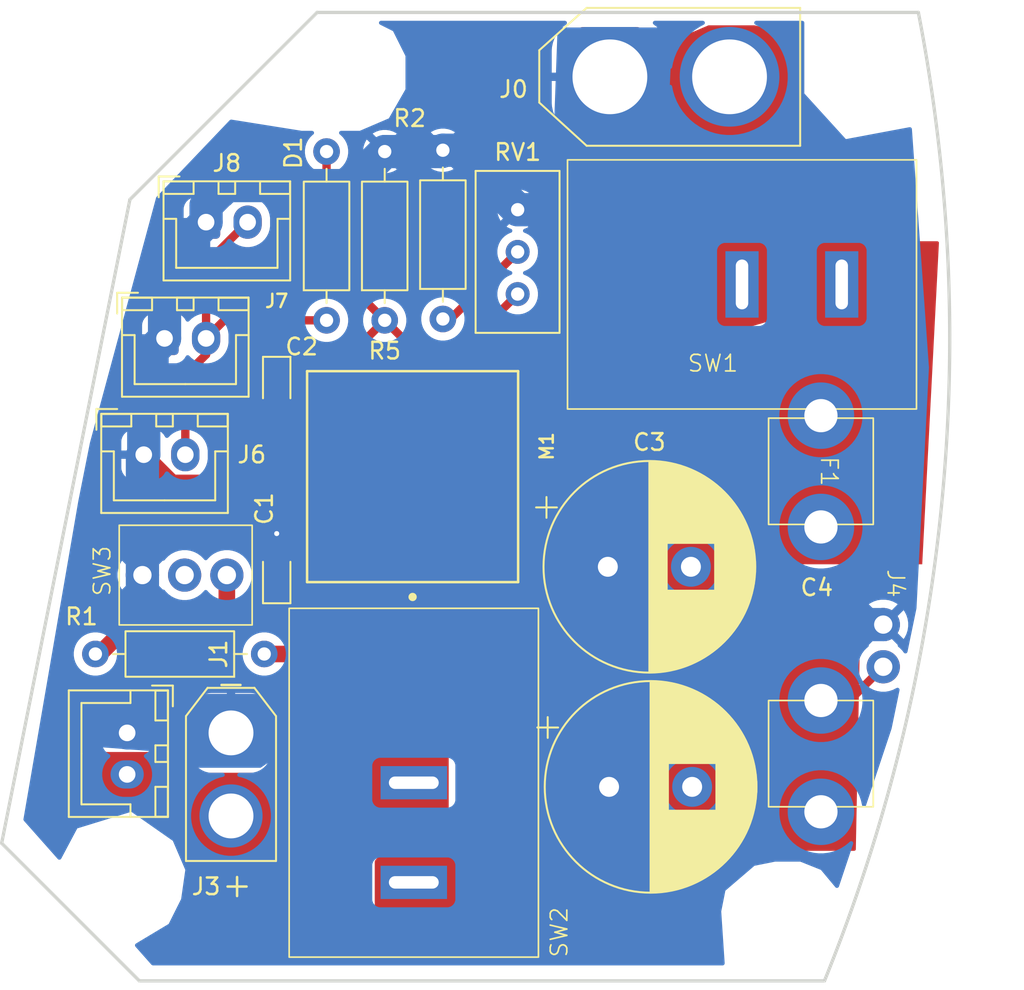
<source format=kicad_pcb>
(kicad_pcb (version 20241229) (generator "pcbnew") (generator_version "9.0")
  (layers (0 "F.Cu" signal) (2 "B.Cu" signal) (13 "F.Paste" user) (15 "B.Paste" user) (5 "F.SilkS" user "F.Silkscreen") (7 "B.SilkS" user "B.Silkscreen") (1 "F.Mask" user) (3 "B.Mask" user) (25 "Edge.Cuts" user))
  (net 0 "")
  (net 1 "Net-(F1-Pad1)")
  (net 2 "GND")
  (net 3 "Net-(D1-A)")
  (net 4 "VCC")
  (net 5 "Net-(D1-K)")
  (net 6 "Net-(J1-Pin_2)")
  (net 7 "Net-(M1-Trim)")
  (net 8 "Net-(M1-ON{slash}OFF)")
  (net 9 "Net-(J4-Pin_2)")
  (net 10 "Net-(R2-Pad1)")
  (footprint "MountingHole:MountingHole_3.2mm_M3" (layer "F.Cu") (at 123.75 139.25)
    (property "Reference" "REF**" (hide yes))
    (property "Value" "MountingHole_3.2mm_M3" (hide yes))
    (pad "" np_thru_hole circle (at 0 0) (size 3.2 3.2) (drill 3.2) (layers "*.Cu" "*.Mask"))
  )
  (footprint "Capacitor_THT:CP_Radial_D12.5mm_P5.00mm" (layer "F.Cu") (at 152.926041 120.25)
    (property "Reference" "C3" (at 2.5 -7.5 0) (layer "F.SilkS"))
    (property "Value" "C" (hide yes))
    (pad "1" thru_hole roundrect (at 0 0) (size 2.4 2.4) (drill 1.2) (layers "*.Cu" "*.Mask") (roundrect_rratio 0.104167) (net 2 "GND"))
    (pad "2" thru_hole circle (at 5 0) (size 2.4 2.4) (drill 1.2) (layers "*.Cu" "*.Mask") (net 9 "Net-(J4-Pin_2)"))
  )
  (footprint "Originary:DS-850" (layer "F.Cu") (at 141.25 133.25 90)
    (property "Reference" "SW2" (at -9 8.75 90) (layer "F.SilkS") (effects (font (thickness 0.1))))
    (property "Value" "SW_DIP_x01")
    (pad "1" thru_hole rect (at -6 0 180) (size 4 2) (drill oval 3 0.75) (layers "*.Cu" "*.Mask") (net 9 "Net-(J4-Pin_2)"))
    (pad "2" thru_hole rect (at 0 0 180) (size 4 2) (drill oval 3 0.75) (layers "*.Cu" "*.Mask") (net 6 "Net-(J1-Pin_2)"))
  )
  (footprint "Connector_AMASS:AMASS_XT30U-M_1x02_P5.0mm_Vertical" (layer "F.Cu") (at 130.25 130.25 -90)
    (property "Reference" "J1" (at -4.75 0.75 90) (layer "F.SilkS"))
    (property "Value" "Conn_01x02_Socket")
    (fp_text user "+" (at 9.25 -0.25 90) (layer "F.SilkS") (effects (font (size 1.5 1.5))))
    (fp_text user "-" (at -3 0 180) (layer "F.SilkS") (effects (font (size 1.5 1.5))))
    (pad "1" thru_hole roundrect (at 0 0 270) (size 3.8 3.8) (drill 2.7) (layers "*.Cu" "*.Mask") (roundrect_rratio 0.2) (net 2 "GND"))
    (pad "2" thru_hole circle (at 5 0 270) (size 3.8 3.8) (drill 2.7) (layers "*.Cu" "*.Mask") (net 6 "Net-(J1-Pin_2)"))
  )
  (footprint "Capacitor_THT:CP_Radial_D12.5mm_P5.00mm" (layer "F.Cu") (at 153 133.5)
    (property "Reference" "C4" (at 12.5 -12 0) (layer "F.SilkS"))
    (property "Value" "C")
    (pad "1" thru_hole roundrect (at 0 0) (size 2.4 2.4) (drill 1.2) (layers "*.Cu" "*.Mask") (roundrect_rratio 0.104167) (net 2 "GND"))
    (pad "2" thru_hole circle (at 5 0) (size 2.4 2.4) (drill 1.2) (layers "*.Cu" "*.Mask") (net 9 "Net-(J4-Pin_2)"))
  )
  (footprint "Originary:Toggle" (layer "F.Cu") (at 130 120.75 180)
    (property "Reference" "SW3" (at 7.5 0.25 90) (layer "F.SilkS") (effects (font (thickness 0.1))))
    (property "Value" "SW_DIP_x01")
    (pad "1" thru_hole circle (at 0 0 180) (size 2 2) (drill 1.1) (layers "*.Cu" "*.Mask") (net 8 "Net-(M1-ON{slash}OFF)"))
    (pad "2" thru_hole circle (at 5.08 0 180) (size 2 2) (drill 1.1) (layers "*.Cu" "*.Mask") (net 2 "GND"))
    (pad "3" thru_hole circle (at 2.54 0 180) (size 2 2) (drill 1.1) (layers "*.Cu" "*.Mask"))
  )
  (footprint "Connector_AMASS:AMASS_XT60-M_1x02_P7.20mm_Vertical" (layer "F.Cu") (at 153.05 90.75)
    (property "Reference" "J0" (at -5.8 0.75 180) (layer "F.SilkS"))
    (property "Value" "Conn_01x02_Socket")
    (pad "1" thru_hole roundrect (at 0 0) (size 6 6) (drill 4.5) (layers "*.Cu" "*.Mask") (net 2 "GND"))
    (pad "2" thru_hole circle (at 7.2 0) (size 6 6) (drill 4.5) (layers "*.Cu" "*.Mask") (net 4 "VCC"))
  )
  (footprint "Resistor_THT:R_Axial_DIN0207_L6.3mm_D2.5mm_P10.16mm_Horizontal" (layer "F.Cu") (at 139.5 105.41 90)
    (property "Reference" "R5" (at -1.84 0 180) (layer "F.SilkS"))
    (property "Value" "R")
    (pad "1" thru_hole circle (at 0 0 90) (size 1.6 1.6) (drill 0.8) (layers "*.Cu" "*.Mask") (net 3 "Net-(D1-A)"))
    (pad "2" thru_hole circle (at 10.16 0 90) (size 1.6 1.6) (drill 0.8) (layers "*.Cu" "*.Mask") (net 2 "GND"))
  )
  (footprint "MountingHole:MountingHole_3.2mm_M3" (layer "F.Cu") (at 168.5 90.5)
    (property "Reference" "REF**" (hide yes))
    (property "Value" "MountingHole_3.2mm_M3")
    (pad "" np_thru_hole circle (at 0 0) (size 3.2 3.2) (drill 3.2) (layers "*.Cu" "*.Mask"))
  )
  (footprint "Capacitor_Tantalum_SMD:CP_EIA-1608-10_AVX-L_HandSolder" (layer "F.Cu") (at 133 109.3025 -90)
    (property "Reference" "C2" (at -2.3025 -1.5 180) (layer "F.SilkS"))
    (property "Value" "C")
    (pad "1" smd roundrect (at -0.8025 0 270) (size 1.265 1.13) (layers "F.Cu" "F.Mask" "F.Paste") (roundrect_rratio 0.221239) (net 3 "Net-(D1-A)"))
    (pad "2" smd roundrect (at 0.8025 0 270) (size 1.265 1.13) (layers "F.Cu" "F.Mask" "F.Paste") (roundrect_rratio 0.221239) (net 2 "GND"))
  )
  (footprint "Resistor_THT:R_Axial_DIN0207_L6.3mm_D2.5mm_P10.16mm_Horizontal" (layer "F.Cu") (at 143 105.33 90)
    (property "Reference" "R2" (at 12.08 -2 180) (layer "F.SilkS"))
    (property "Value" "R")
    (pad "1" thru_hole circle (at 0 0 90) (size 1.6 1.6) (drill 0.8) (layers "*.Cu" "*.Mask") (net 10 "Net-(R2-Pad1)"))
    (pad "2" thru_hole circle (at 10.16 0 90) (size 1.6 1.6) (drill 0.8) (layers "*.Cu" "*.Mask") (net 2 "GND"))
  )
  (footprint "Resistor_THT:R_Axial_DIN0207_L6.3mm_D2.5mm_P10.16mm_Horizontal" (layer "F.Cu") (at 132.25 125.5 180)
    (property "Reference" "R1" (at 11 2.25 0) (layer "F.SilkS"))
    (property "Value" "R")
    (pad "1" thru_hole circle (at 0 0 180) (size 1.6 1.6) (drill 0.8) (layers "*.Cu" "*.Mask") (net 9 "Net-(J4-Pin_2)"))
    (pad "2" thru_hole circle (at 10.16 0 180) (size 1.6 1.6) (drill 0.8) (layers "*.Cu" "*.Mask") (net 8 "Net-(M1-ON{slash}OFF)"))
  )
  (footprint "Connector_JST:JST_XH_B2B-XH-A_1x02_P2.50mm_Vertical" (layer "F.Cu") (at 125 113.5)
    (property "Reference" "J6" (at 6.5 0 0) (layer "F.SilkS"))
    (property "Value" "Conn_01x02_Socket")
    (pad "1" thru_hole roundrect (at 0 0) (size 1.7 2) (drill 1) (layers "*.Cu" "*.Mask") (roundrect_rratio 0.147059) (net 2 "GND"))
    (pad "2" thru_hole oval (at 2.5 0) (size 1.7 2) (drill 1) (layers "*.Cu" "*.Mask") (net 5 "Net-(D1-K)"))
  )
  (footprint "Originary:DS-850" (layer "F.Cu") (at 161 103.25 180)
    (property "Reference" "SW1" (at 1.75 -4.75 0) (layer "F.SilkS") (effects (font (thickness 0.1))))
    (property "Value" "SW_DIP_x01")
    (pad "1" thru_hole rect (at -6 0 270) (size 4 2) (drill oval 3 0.75) (layers "*.Cu" "*.Mask") (net 1 "Net-(F1-Pad1)"))
    (pad "2" thru_hole rect (at 0 0 270) (size 4 2) (drill oval 3 0.75) (layers "*.Cu" "*.Mask") (net 4 "VCC"))
  )
  (footprint "Resistor_THT:R_Axial_DIN0207_L6.3mm_D2.5mm_P10.16mm_Horizontal" (layer "F.Cu") (at 136 105.41 90)
    (property "Reference" "D1" (at 10.08 -2 90) (layer "F.SilkS"))
    (property "Value" "1N4148WT")
    (pad "1" thru_hole circle (at 0 0 90) (size 1.6 1.6) (drill 0.8) (layers "*.Cu" "*.Mask") (net 5 "Net-(D1-K)"))
    (pad "2" thru_hole circle (at 10.16 0 90) (size 1.6 1.6) (drill 0.8) (layers "*.Cu" "*.Mask") (net 3 "Net-(D1-A)"))
  )
  (footprint "Originary:MURATA_OKL-KAIZOU" (layer "F.Cu") (at 141.178 114.822 90)
    (property "Reference" "M1" (at 1.822 8.072 90) (layer "F.SilkS") (effects (font (size 0.8 0.8))))
    (property "Value" "~")
    (pad "1" smd rect (at -6.477 0 90) (size 3 1.2) (layers "F.Cu" "F.Mask" "F.Paste") (net 8 "Net-(M1-ON{slash}OFF)"))
    (pad "1" smd rect (at -4.572 0 90) (size 1.143 1.143) (layers "F.Cu" "F.Mask" "F.Paste") (net 8 "Net-(M1-ON{slash}OFF)"))
    (pad "2" smd rect (at -6.731 -4.572 90) (size 2.5 1.2) (layers "F.Cu" "F.Mask" "F.Paste") (net 9 "Net-(J4-Pin_2)"))
    (pad "2" smd rect (at -3.429 -4.572 90) (size 4.191 1.905) (layers "F.Cu" "F.Mask" "F.Paste") (net 9 "Net-(J4-Pin_2)"))
    (pad "2" smd rect (at -2.159 -6.223 180) (size 2.5 1.2) (layers "F.Cu" "F.Mask" "F.Paste") (net 9 "Net-(J4-Pin_2)"))
    (pad "3" smd rect (at -0.127 -6.223 180) (size 2.5 1.2) (layers "F.Cu" "F.Mask" "F.Paste") (net 2 "GND"))
    (pad "3" smd rect (at 1.143 -4.572 90) (size 4.191 1.905) (layers "F.Cu" "F.Mask" "F.Paste") (net 2 "GND"))
    (pad "3" smd rect (at 2.413 -6.223 180) (size 2.5 1.2) (layers "F.Cu" "F.Mask" "F.Paste") (net 2 "GND"))
    (pad "4" smd rect (at 4.572 -3.86715 90) (size 1.905 3.3147) (layers "F.Cu" "F.Mask" "F.Paste") (net 3 "Net-(D1-A)"))
    (pad "4" smd rect (at 6.604 -4.699 270) (size 2.5 1.2) (layers "F.Cu" "F.Mask" "F.Paste") (net 3 "Net-(D1-A)"))
    (pad "5" smd rect (at 4.572 0 90) (size 1.143 1.143) (layers "F.Cu" "F.Mask" "F.Paste") (net 3 "Net-(D1-A)"))
    (pad "5" smd rect (at 6.35 0 270) (size 3 1.2) (layers "F.Cu" "F.Mask" "F.Paste") (net 3 "Net-(D1-A)"))
    (pad "6" smd rect (at 4.572 4.572 90) (size 1.143 1.143) (layers "F.Cu" "F.Mask" "F.Paste") (net 7 "Net-(M1-Trim)"))
    (pad "6" smd rect (at 6.35 4.572 270) (size 3 1.2) (layers "F.Cu" "F.Mask" "F.Paste") (net 7 "Net-(M1-Trim)"))
  )
  (footprint "Connector_JST:JST_XH_B2B-XH-A_1x02_P2.50mm_Vertical" (layer "F.Cu") (at 124 130.25 -90)
    (property "Reference" "J3" (at 9.25 -4.75 180) (layer "F.SilkS"))
    (property "Value" "Conn_01x02_Socket")
    (pad "1" thru_hole roundrect (at 0 0 270) (size 1.7 2) (drill 1) (layers "*.Cu" "*.Mask") (roundrect_rratio 0.147059) (net 2 "GND"))
    (pad "2" thru_hole oval (at 2.5 0 270) (size 1.7 2) (drill 1) (layers "*.Cu" "*.Mask") (net 6 "Net-(J1-Pin_2)"))
  )
  (footprint "MountingHole:MountingHole_3.2mm_M3" (layer "F.Cu") (at 163.5 141.5)
    (property "Reference" "REF**" (hide yes))
    (property "Value" "MountingHole_3.2mm_M3" (hide yes))
    (pad "" np_thru_hole circle (at 0 0) (size 3.2 3.2) (drill 3.2) (layers "*.Cu" "*.Mask"))
  )
  (footprint "Originary:2Connect" (layer "F.Cu") (at 169.5 123.73 -90)
    (property "Reference" "J4" (at -2.48 -0.75 270) (layer "F.SilkS") (effects (font (thickness 0.1))))
    (property "Value" "Conn_01x02_Socket" (hide yes))
    (pad "1" thru_hole circle (at 0 0 270) (size 2 2) (drill 1.1) (layers "*.Cu" "*.Mask") (net 2 "GND"))
    (pad "2" thru_hole circle (at 2.54 0 270) (size 2 2) (drill 1.1) (layers "*.Cu" "*.Mask") (net 9 "Net-(J4-Pin_2)"))
  )
  (footprint "Originary:Fuseholder" (layer "F.Cu") (at 165.75 114.5 -90)
    (property "Reference" "F1" (at 0 -0.5 270) (layer "F.SilkS") (effects (font (thickness 0.1))))
    (property "Value" "Fuse")
    (pad "1" thru_hole circle (at -3.35 0) (size 4 4) (drill 2) (layers "*.Cu" "*.Mask") (net 1 "Net-(F1-Pad1)"))
    (pad "1" thru_hole circle (at 3.35 0) (size 4 4) (drill 2) (layers "*.Cu" "*.Mask") (net 1 "Net-(F1-Pad1)"))
    (pad "2" thru_hole circle (at 13.8 0) (size 4 4) (drill 2) (layers "*.Cu" "*.Mask") (net 9 "Net-(J4-Pin_2)"))
    (pad "2" thru_hole circle (at 20.5 0) (size 4 4) (drill 2) (layers "*.Cu" "*.Mask") (net 9 "Net-(J4-Pin_2)"))
  )
  (footprint "Connector_JST:JST_XH_B2B-XH-A_1x02_P2.50mm_Vertical" (layer "F.Cu") (at 128.75 99.5)
    (property "Reference" "J8" (at 1.25 -3.55 0) (layer "F.SilkS"))
    (property "Value" "Conn_01x02_Socket")
    (pad "1" thru_hole roundrect (at 0 0) (size 1.7 2) (drill 1) (layers "*.Cu" "*.Mask") (roundrect_rratio 0.147059) (net 2 "GND"))
    (pad "2" thru_hole oval (at 2.5 0) (size 1.7 2) (drill 1) (layers "*.Cu" "*.Mask") (net 5 "Net-(D1-K)"))
  )
  (footprint "MountingHole:MountingHole_3.2mm_M3" (layer "F.Cu") (at 137 90.5)
    (property "Reference" "REF**" (hide yes))
    (property "Value" "MountingHole_3.2mm_M3")
    (pad "" np_thru_hole circle (at 0 0) (size 3.2 3.2) (drill 3.2) (layers "*.Cu" "*.Mask"))
  )
  (footprint "Connector_JST:JST_XH_B2B-XH-A_1x02_P2.50mm_Vertical" (layer "F.Cu") (at 126.25 106.5)
    (property "Reference" "J7" (at 6.75 -2.25 0) (layer "F.SilkS") (effects (font (size 0.8 0.8) (thickness 0.15) (bold yes))))
    (property "Value" "Conn_01x02_Socket")
    (pad "1" thru_hole roundrect (at 0 0) (size 1.7 2) (drill 1) (layers "*.Cu" "*.Mask") (roundrect_rratio 0.147059) (net 2 "GND"))
    (pad "2" thru_hole oval (at 2.5 0) (size 1.7 2) (drill 1) (layers "*.Cu" "*.Mask") (net 5 "Net-(D1-K)"))
  )
  (footprint "Capacitor_Tantalum_SMD:CP_EIA-1608-10_AVX-L_HandSolder" (layer "F.Cu") (at 133 120.75 90)
    (property "Reference" "C1" (at 4 -0.75 90) (layer "F.SilkS"))
    (property "Value" "C")
    (pad "1" smd roundrect (at -0.8025 0 90) (size 1.265 1.13) (layers "F.Cu" "F.Mask" "F.Paste") (roundrect_rratio 0.221239) (net 9 "Net-(J4-Pin_2)"))
    (pad "2" smd roundrect (at 0.8025 0 90) (size 1.265 1.13) (layers "F.Cu" "F.Mask" "F.Paste") (roundrect_rratio 0.221239) (net 2 "GND"))
  )
  (footprint "Potentiometer_THT:Potentiometer_Bourns_3296W_Vertical" (layer "F.Cu") (at 147.5 103.83 -90)
    (property "Reference" "RV1" (at -8.54 0 0) (layer "F.SilkS"))
    (property "Value" "R_Potentiometer_US")
    (pad "1" thru_hole circle (at 0 0 270) (size 1.44 1.44) (drill 0.8) (layers "*.Cu" "*.Mask") (net 7 "Net-(M1-Trim)"))
    (pad "2" thru_hole circle (at -2.54 0 270) (size 1.44 1.44) (drill 0.8) (layers "*.Cu" "*.Mask") (net 10 "Net-(R2-Pad1)"))
    (pad "3" thru_hole circle (at -5.08 0 270) (size 1.44 1.44) (drill 0.8) (layers "*.Cu" "*.Mask") (net 2 "GND"))
  )
  (gr_poly (pts (xy 161.75 137) (xy 156.25 143.25) (xy 140.25 143.25) (xy 139 142) (xy 139 138) (xy 139.75 137)) (stroke (width 0.2)) (fill yes) (layer "F.Cu") (net 9))
  (gr_poly (pts (xy 156.5 105.5) (xy 155.75 103.5) (xy 156.65 90.75) (xy 157.25 88.5) (xy 159 87.75) (xy 161.75 87.75) (xy 163.75 88.25) (xy 164.5 90.75) (xy 163 105.25) (xy 158.75 106.5)) (stroke (width 0.2)) (fill yes) (layer "F.Cu") (net 4))
  (gr_poly (pts (xy 155.323959 133.5) (xy 155.323959 118) (xy 160.5 118) (xy 165.75 123.075) (xy 168 124.5) (xy 167.75 137.25) (xy 155.25 137.25)) (stroke (width 0.2)) (fill yes) (layer "F.Cu") (net 9))
  (gr_poly (pts (xy 162.25 118.5) (xy 163.75 120) (xy 171.75 120) (xy 172.75 100.75) (xy 164.5 100.75) (xy 163.75 106) (xy 161.5 109.75)) (stroke (width 0.2)) (fill yes) (layer "F.Cu") (net 1))
  (gr_poly (pts (xy 143.25 136.25) (xy 139.5 136.25) (xy 137.25 138.5) (xy 128.5 138.5) (xy 126 135.25) (xy 124.5 134.75) (xy 122.25 134.75) (xy 122.25 131.5625) (xy 122.3125 131.5) (xy 122.5 131.5) (xy 125.25 131.5) (xy 128.5 132.75) (xy 132.5 132.75) (xy 134.25 130.75) (xy 143.25 130.75)) (stroke (width 0.2)) (fill yes) (layer "F.Cu") (net 6))
  (gr_poly (pts (xy 122.25 131) (xy 122.25 129) (xy 128.75 128) (xy 131.75 128) (xy 134 126.5) (xy 149.75 126.5) (xy 153.25 130) (xy 154.75 130) (xy 154.75 135) (xy 149.5 135) (xy 144.75 130.25) (xy 134.25 130.25) (xy 132.75 131.75) (xy 132 132.25) (xy 128.25 132.25) (xy 125.5 131.25)) (stroke (width 0.2)) (fill yes) (layer "B.Cu") (net 2))
  (gr_poly (pts (xy 156.71 87.88) (xy 154.5 136.25) (xy 148.25 136.25) (xy 150 87.88)) (stroke (width 0.2)) (fill yes) (layer "B.Cu") (net 2))
  (gr_line (start 135.431476 86.874241) (end 124.166174 98.139543) (stroke (width 0.2)) (layer "Edge.Cuts"))
  (gr_line (start 171.612923 86.874241) (end 135.431476 86.874241) (stroke (width 0.2)) (layer "Edge.Cuts"))
  (gr_line (start 116.449101 136.892775) (end 124.735778 145.179452) (stroke (width 0.2)) (layer "Edge.Cuts"))
  (gr_arc (start 171.612923 86.874241) (mid 173.019501 116.437078) (end 165.961477 145.179452) (stroke (width 0.2)) (layer "Edge.Cuts"))
  (gr_line (start 124.166174 98.139543) (end 116.449101 136.892775) (stroke (width 0.2)) (layer "Edge.Cuts"))
  (gr_line (start 124.735778 145.179452) (end 165.961477 145.179452) (stroke (width 0.2)) (layer "Edge.Cuts"))
  (segment (start 165.75 111.15) (end 165.75 117.85) (width 2) (layer "F.Cu") (net 1))
  (segment (start 133 110.105) (end 133 110.454) (width 1) (layer "F.Cu") (net 2))
  (segment (start 133 110.5) (end 133 110.105) (width 0.5) (layer "F.Cu") (net 2))
  (segment (start 153 90.8) (end 153.05 90.75) (width 2) (layer "F.Cu") (net 2))
  (segment (start 145.725041 113.049) (end 152.926041 120.25) (width 3) (layer "F.Cu") (net 2))
  (segment (start 137.236 113.049) (end 145.725041 113.049) (width 3) (layer "F.Cu") (net 2))
  (segment (start 133 110.454) (end 134.955 112.409) (width 1) (layer "F.Cu") (net 2))
  (segment (start 136.606 113.679) (end 137.236 113.049) (width 3) (layer "F.Cu") (net 2))
  (segment (start 133 119.9475) (end 133 118.25) (width 0.5) (layer "F.Cu") (net 2))
  (segment (start 126.701 115.201) (end 125 113.5) (width 1) (layer "F.Cu") (net 2))
  (segment (start 134.703 115.201) (end 126.701 115.201) (width 1) (layer "F.Cu") (net 2))
  (segment (start 134.955 114.949) (end 134.703 115.201) (width 1) (layer "F.Cu") (net 2))
  (via (at 133 118.25) (size 0.6) (drill 0.3) (layers "F.Cu" "B.Cu") (net 2))
  (segment (start 124.92 113.58) (end 125 113.5) (width 2) (layer "B.Cu") (net 2))
  (segment (start 129.951 97.299) (end 128.75 98.5) (width 2) (layer "B.Cu") (net 2))
  (segment (start 124.92 129.33) (end 124 130.25) (width 2) (layer "B.Cu") (net 2))
  (segment (start 126.25 102) (end 128.75 99.5) (width 2) (layer "B.Cu") (net 2))
  (segment (start 148.518233 98.75) (end 147.5 98.75) (width 2) (layer "B.Cu") (net 2))
  (segment (start 139.5 95.25) (end 142.92 95.25) (width 2) (layer "B.Cu") (net 2))
  (segment (start 156.02 123.73) (end 156 123.75) (width 2) (layer "B.Cu") (net 2))
  (segment (start 125 107.75) (end 125 111.5) (width 2) (layer "B.Cu") (net 2))
  (segment (start 126.25 106.5) (end 126.25 102) (width 2) (layer "B.Cu") (net 2))
  (segment (start 156 123.75) (end 152.25 120) (width 2) (layer "B.Cu") (net 2))
  (segment (start 169.5 123.73) (end 156.02 123.73) (width 2) (layer "B.Cu") (net 2))
  (segment (start 152.25 120) (end 152.25 102.481767) (width 2) (layer "B.Cu") (net 2))
  (segment (start 152.25 102.481767) (end 148.518233 98.75) (width 2) (layer "B.Cu") (net 2))
  (segment (start 128.75 98.5) (end 128.75 99.5) (width 2) (layer "B.Cu") (net 2))
  (segment (start 139.5 95.25) (end 137.451 97.299) (width 2) (layer "B.Cu") (net 2))
  (segment (start 125 111.5) (end 125 113.5) (width 2) (layer "B.Cu") (net 2))
  (segment (start 143 95.17) (end 143.92 95.17) (width 2) (layer "B.Cu") (net 2))
  (segment (start 142.92 95.25) (end 143 95.17) (width 2) (layer "B.Cu") (net 2))
  (segment (start 137.451 97.299) (end 129.951 97.299) (width 2) (layer "B.Cu") (net 2))
  (segment (start 124.92 120.75) (end 124.92 113.58) (width 2) (layer "B.Cu") (net 2))
  (segment (start 143.92 95.17) (end 147.5 98.75) (width 2) (layer "B.Cu") (net 2))
  (segment (start 124.92 120.75) (end 124.92 129.33) (width 2) (layer "B.Cu") (net 2))
  (segment (start 126.25 106.5) (end 125 107.75) (width 2) (layer "B.Cu") (net 2))
  (segment (start 136 101.91) (end 139.5 105.41) (width 0.5) (layer "F.Cu") (net 3))
  (segment (start 136.011 107.75) (end 133.75 107.75) (width 0.5) (layer "F.Cu") (net 3))
  (segment (start 136.479 108.218) (end 136.011 107.75) (width 0.5) (layer "F.Cu") (net 3))
  (segment (start 136 95.25) (end 136 101.91) (width 0.5) (layer "F.Cu") (net 3))
  (segment (start 136.479 108.218) (end 136.692 108.218) (width 0.5) (layer "F.Cu") (net 3))
  (segment (start 133.75 107.75) (end 133 108.5) (width 0.5) (layer "F.Cu") (net 3))
  (segment (start 141.178 108.472) (end 141.178 107.088) (width 0.5) (layer "F.Cu") (net 3))
  (segment (start 136.692 108.218) (end 139.5 105.41) (width 0.5) (layer "F.Cu") (net 3))
  (segment (start 141.178 107.088) (end 139.5 105.41) (width 0.5) (layer "F.Cu") (net 3))
  (segment (start 128.75 106.5) (end 128.75 107.47) (width 0.5) (layer "F.Cu") (net 5))
  (segment (start 129.84 105.41) (end 128.75 106.5) (width 0.5) (layer "F.Cu") (net 5))
  (segment (start 127.5 108.72) (end 127.5 113.5) (width 0.5) (layer "F.Cu") (net 5))
  (segment (start 136 105.41) (end 129.84 105.41) (width 0.5) (layer "F.Cu") (net 5))
  (segment (start 128.75 107.47) (end 127.5 108.72) (width 0.5) (layer "F.Cu") (net 5))
  (segment (start 128.75 106.5) (end 128.75 102) (width 0.5) (layer "F.Cu") (net 5))
  (segment (start 128.75 102) (end 131.25 99.5) (width 0.5) (layer "F.Cu") (net 5))
  (segment (start 145.75 108.472) (end 145.75 105.58) (width 0.5) (layer "F.Cu") (net 7))
  (segment (start 145.75 105.58) (end 147.5 103.83) (width 0.5) (layer "F.Cu") (net 7))
  (segment (start 138.973 123.504) (end 130 123.504) (width 1) (layer "F.Cu") (net 8))
  (segment (start 124.336 123.504) (end 122.09 125.75) (width 1) (layer "F.Cu") (net 8))
  (segment (start 141.178 121.299) (end 138.973 123.504) (width 1) (layer "F.Cu") (net 8))
  (segment (start 130 123.504) (end 124.336 123.504) (width 1) (layer "F.Cu") (net 8))
  (segment (start 130 120.75) (end 130 123.504) (width 1) (layer "F.Cu") (net 8))
  (segment (start 136.606 121.553) (end 133.0005 121.553) (width 1) (layer "F.Cu") (net 9))
  (segment (start 165.75 128.3) (end 165.75 135) (width 2) (layer "F.Cu") (net 9))
  (segment (start 165.75 128.073959) (end 157.926041 120.25) (width 2) (layer "F.Cu") (net 9))
  (segment (start 165.75 128.3) (end 165.75 128.073959) (width 2) (layer "F.Cu") (net 9))
  (segment (start 158 133.5) (end 164.25 133.5) (width 2) (layer "F.Cu") (net 9))
  (segment (start 142.579 116.25) (end 140.25 116.25) (width 3) (layer "F.Cu") (net 9))
  (segment (start 138.249 118.251) (end 136.606 118.251) (width 3) (layer "F.Cu") (net 9))
  (segment (start 167.47 128.3) (end 169.5 126.27) (width 0.5) (layer "F.Cu") (net 9))
  (segment (start 157.926041 133.823959) (end 152.5 139.25) (width 2) (layer "F.Cu") (net 9))
  (segment (start 154.629 128.3) (end 165.75 128.3) (width 3) (layer "F.Cu") (net 9))
  (segment (start 164.25 133.5) (end 165.75 135) (width 2) (layer "F.Cu") (net 9))
  (segment (start 140.25 116.25) (end 138.249 118.251) (width 3) (layer "F.Cu") (net 9))
  (segment (start 151.829 125.5) (end 154.629 128.3) (width 3) (layer "F.Cu") (net 9))
  (segment (start 165.75 128.3) (end 167.47 128.3) (width 0.5) (layer "F.Cu") (net 9))
  (segment (start 151.829 125.5) (end 142.579 116.25) (width 3) (layer "F.Cu") (net 9))
  (segment (start 132.25 125.5) (end 151.829 125.5) (width 1) (layer "F.Cu") (net 9))
  (segment (start 157.926041 120.25) (end 157.926041 133.823959) (width 2) (layer "F.Cu") (net 9))
  (segment (start 152.5 139.25) (end 141.25 139.25) (width 2) (layer "F.Cu") (net 9))
  (segment (start 133.0005 121.553) (end 133 121.5525) (width 1) (layer "F.Cu") (net 9))
  (segment (start 147.5 101.29) (end 143.46 105.33) (width 0.5) (layer "F.Cu") (net 10))
  (segment (start 143.46 105.33) (end 143 105.33) (width 0.5) (layer "F.Cu") (net 10))
  (zone (net 2) (net_name "GND") (layer "B.Cu") (connect_pads (clearance 0.5)) (min_thickness 0.25) (fill yes (thermal_gap 0.5) (thermal_bridge_width 0.5) (island_removal_mode 1) (island_area_min 10))
    (polygon (pts (xy 136 87.25) (xy 170.75 87.25) (xy 172.25 108.25) (xy 171.5 122.75) (xy 170 130) (xy 165.25 144.25) (xy 125.5 144.25) (xy 117.75 135.5) (xy 121.5 113.75) (xy 125.75 98)))
  )
  (zone (net 0) (net_name "") (layers "B.Cu" "Edge.Cuts") (connect_pads (clearance 0)) (min_thickness 0.25)
    (keepout (tracks allowed) (vias allowed) (pads allowed) (copperpour not_allowed) (footprints allowed))
    (fill (thermal_gap 0.5) (thermal_bridge_width 0.5) (island_removal_mode 1) (island_area_min 10))
    (polygon (pts (xy 129.798825 93.25) (xy 134.5 94) (xy 138 94) (xy 139.75 93.25) (xy 140.75 91.5) (xy 140.75 89.5) (xy 140 88) (xy 138.5 87.25) (xy 135.431476 86.874241) (xy 129.798825 93.5)))
  )
  (zone (net 0) (net_name "") (layers "B.Cu" "Edge.Cuts") (connect_pads (clearance 0)) (min_thickness 0.25)
    (keepout (tracks allowed) (vias allowed) (pads allowed) (copperpour not_allowed) (footprints allowed))
    (fill (thermal_gap 0.5) (thermal_bridge_width 0.5) (island_removal_mode 1) (island_area_min 10))
    (polygon (pts (xy 124 143.25) (xy 126.5 141.75) (xy 127.25 140.25) (xy 127.5 138.5) (xy 126.75 136.75) (xy 124.25 135) (xy 121 136) (xy 119.199101 139.392775) (xy 119.199101 142.5)))
  )
  (zone (net 0) (net_name "") (layers "B.Cu" "Edge.Cuts") (connect_pads (clearance 0)) (min_thickness 0.25)
    (keepout (tracks allowed) (vias allowed) (pads allowed) (copperpour not_allowed) (footprints allowed))
    (fill (thermal_gap 0.5) (thermal_bridge_width 0.5) (island_removal_mode 1) (island_area_min 10))
    (polygon (pts (xy 164.75 87) (xy 164.75 91.75) (xy 167.25 94.5) (xy 171.25 93.75) (xy 172 91.5) (xy 171.612923 86.874241)))
  )
  (zone (net 0) (net_name "") (layers "B.Cu" "Edge.Cuts") (connect_pads (clearance 0)) (min_thickness 0.25)
    (keepout (tracks allowed) (vias allowed) (pads allowed) (copperpour not_allowed) (footprints allowed))
    (fill (thermal_gap 0.5) (thermal_bridge_width 0.5) (island_removal_mode 1) (island_area_min 10))
    (polygon (pts (xy 165.75 138.5) (xy 164.5 138) (xy 163 138) (xy 161.75 138.25) (xy 160 139.75) (xy 159.75 141) (xy 160 144.75) (xy 167 145.75) (xy 168.25 141.5)))
  )
)
</source>
